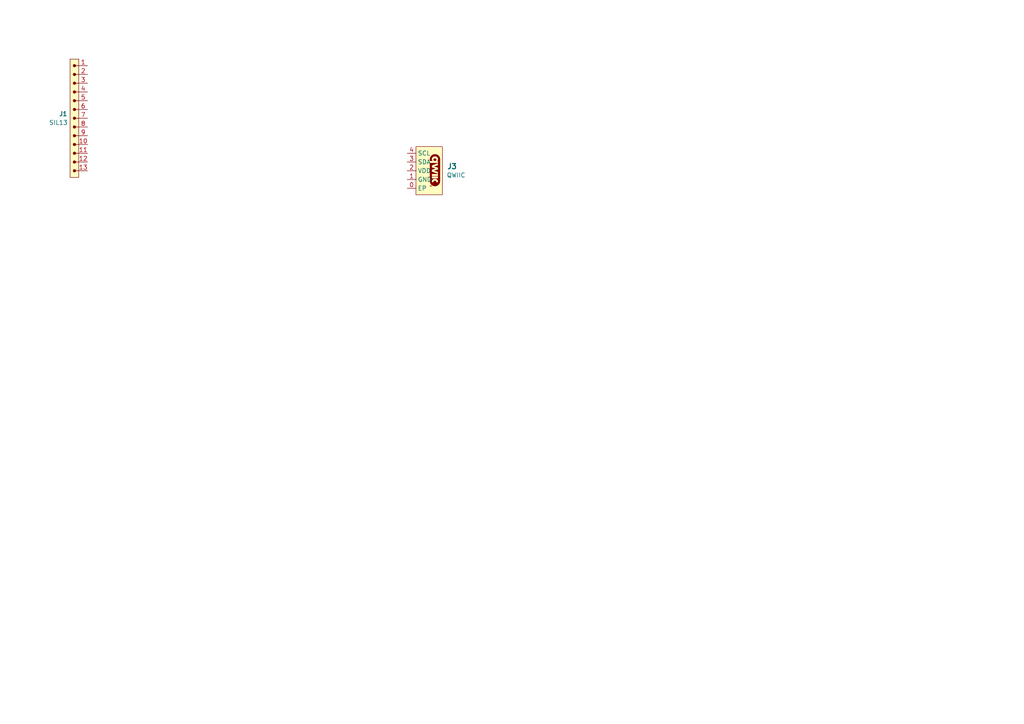
<source format=kicad_sch>
(kicad_sch (version 20231120) (generator "eeschema") (generator_version "8.0")
  (paper "A4")
  (lib_symbols
    (symbol "Liem:SIL13" (pin_names hide)
      (property "Reference" "J" (at 0 0 0))
      (property "Value" "SIL13" (at 0 -1.905 0))
      (symbol "SIL13_1_0"
        (pin passive line (at -3.81 -27.94 0) (length 2.54) (name "10") (number "10"))
        (pin passive line (at -3.81 -30.48 0) (length 2.54) (name "11") (number "11"))
        (pin passive line (at -3.81 -33.02 0) (length 2.54) (name "12") (number "12"))
        (pin passive line (at -3.81 -35.56 0) (length 2.54) (name "13") (number "13"))
        (pin passive line (at -3.81 -7.62 0) (length 2.54) (name "2") (number "2"))
        (pin passive line (at -3.81 -10.16 0) (length 2.54) (name "3") (number "3"))
        (pin passive line (at -3.81 -12.7 0) (length 2.54) (name "4") (number "4"))
        (pin passive line (at -3.81 -15.24 0) (length 2.54) (name "5") (number "5"))
        (pin passive line (at -3.81 -17.78 0) (length 2.54) (name "6") (number "6"))
        (pin passive line (at -3.81 -20.32 0) (length 2.54) (name "7") (number "7"))
        (pin passive line (at -3.81 -22.86 0) (length 2.54) (name "8") (number "8"))
        (pin passive line (at -3.81 -25.4 0) (length 2.54) (name "9") (number "9"))
      )
      (symbol "SIL13_1_1"
        (rectangle (start -1.27 -3.175) (end 1.27 -37.465) (fill (type background)))
        (circle (center 0 -35.56) (radius 0.381) (fill (type outline)))
        (circle (center 0 -33.02) (radius 0.381) (fill (type outline)))
        (circle (center 0 -30.48) (radius 0.381) (fill (type outline)))
        (circle (center 0 -27.94) (radius 0.381) (fill (type outline)))
        (circle (center 0 -25.4) (radius 0.381) (fill (type outline)))
        (circle (center 0 -22.86) (radius 0.381) (fill (type outline)))
        (circle (center 0 -20.32) (radius 0.381) (fill (type outline)))
        (circle (center 0 -17.78) (radius 0.381) (fill (type outline)))
        (circle (center 0 -15.24) (radius 0.381) (fill (type outline)))
        (circle (center 0 -12.7) (radius 0.381) (fill (type outline)))
        (circle (center 0 -10.16) (radius 0.381) (fill (type outline)))
        (circle (center 0 -7.62) (radius 0.381) (fill (type outline)))
        (circle (center 0 -5.08) (radius 0.381) (fill (type outline)))
        (polyline (pts (xy -1.27 -35.56) (xy 0 -35.56)))
        (polyline (pts (xy -1.27 -33.02) (xy 0 -33.02)))
        (polyline (pts (xy -1.27 -30.48) (xy 0 -30.48)))
        (polyline (pts (xy -1.27 -27.94) (xy 0 -27.94)))
        (polyline (pts (xy -1.27 -25.4) (xy 0 -25.4)))
        (polyline (pts (xy -1.27 -22.86) (xy 0 -22.86)))
        (polyline (pts (xy -1.27 -20.32) (xy 0 -20.32)))
        (polyline (pts (xy -1.27 -17.78) (xy 0 -17.78)))
        (polyline (pts (xy -1.27 -15.24) (xy 0 -15.24)))
        (polyline (pts (xy -1.27 -12.7) (xy 0 -12.7)))
        (polyline (pts (xy -1.27 -10.16) (xy 0 -10.16)))
        (polyline (pts (xy -1.27 -7.62) (xy 0 -7.62)))
        (polyline (pts (xy -1.27 -5.08) (xy 0 -5.08)))
        (pin passive line (at -3.81 -5.08 0) (length 2.54) (name "1") (number "1"))
      )
    )
    (symbol "SAMPI:QWIIC"
      (property "Reference" "J" (at 0 0 0))
      (property "Value" "QWIIC" (at 0 -1.905 0))
      (symbol "QWIIC_1_0"
        (polyline (pts (xy 0.635 -14.605) (xy 0.6338 -14.6174) (xy 0.6319 -14.6291) (xy 0.6306 -14.6347) (xy 0.6291 -14.64) (xy 0.6275 -14.6452) (xy 0.6256 -14.6501) (xy 0.6236 -14.6549) (xy 0.6214 -14.6594) (xy 0.619 -14.6638) (xy 0.6164 -14.6679) (xy 0.6136 -14.6718) (xy 0.6107 -14.6755) (xy 0.6076 -14.679) (xy 0.6043 -14.6823) (xy 0.6008 -14.6853) (xy 0.5972 -14.6882) (xy 0.5934 -14.6908) (xy 0.5894 -14.6932) (xy 0.5853 -14.6954) (xy 0.581 -14.6973) (xy 0.5766 -14.6991) (xy 0.5719 -14.7006) (xy 0.5672 -14.7018) (xy 0.5622 -14.7029) (xy 0.5571 -14.7037) (xy 0.5519 -14.7043) (xy 0.5465 -14.7046) (xy 0.541 -14.7048) (xy 0.5331 -14.7045) (xy 0.5255 -14.7039) (xy 0.5181 -14.7028) (xy 0.5111 -14.7013) (xy 0.5044 -14.6994) (xy 0.4981 -14.6971) (xy 0.492 -14.6944) (xy 0.4863 -14.6913) (xy 0.4808 -14.6878) (xy 0.4757 -14.6838) (xy 0.471 -14.6795) (xy 0.4666 -14.6749) (xy 0.4625 -14.6698) (xy 0.4587 -14.6644) (xy 0.4553 -14.6586) (xy 0.4523 -14.6524) (xy 0.4523 -14.6527) (xy 0.3611 -14.7126) (xy 0.3611 -14.6425) (xy 0.4404 -14.5986) (xy 0.4404 -14.5361) (xy 0.3611 -14.5361) (xy 0.3611 -14.4754) (xy 0.5864 -14.4754) (xy 0.5864 -14.5364) (xy 0.4894 -14.5364) (xy 0.4894 -14.592) (xy 0.4896 -14.5983) (xy 0.4899 -14.6013) (xy 0.4902 -14.6043) (xy 0.4907 -14.6071) (xy 0.4912 -14.6099) (xy 0.4919 -14.6125) (xy 0.4927 -14.6151) (xy 0.4935 -14.6176) (xy 0.4945 -14.62) (xy 0.4955 -14.6223) (xy 0.4967 -14.6245) (xy 0.4979 -14.6266) (xy 0.4992 -14.6286) (xy 0.5007 -14.6306) (xy 0.5022 -14.6324) (xy 0.5038 -14.6341) (xy 0.5055 -14.6357) (xy 0.5073 -14.6372) (xy 0.5092 -14.6386) (xy 0.5111 -14.6399) (xy 0.5132 -14.6411) (xy 0.5153 -14.6422) (xy 0.5176 -14.6431) (xy 0.5199 -14.644) (xy 0.5223 -14.6447) (xy 0.5248 -14.6454) (xy 0.5273 -14.6459) (xy 0.53 -14.6463) (xy 0.5327 -14.6466) (xy 0.5355 -14.6468) (xy 0.5384 -14.6469) (xy 0.5413 -14.6468) (xy 0.5441 -14.6466) (xy 0.5468 -14.6463) (xy 0.5494 -14.6459) (xy 0.552 -14.6454) (xy 0.5544 -14.6447) (xy 0.5568 -14.644) (xy 0.5591 -14.6431) (xy 0.5613 -14.6422) (xy 0.5634 -14.6411) (xy 0.5654 -14.6399) (xy 0.5673 -14.6386) (xy 0.5692 -14.6372) (xy 0.5709 -14.6357) (xy 0.5726 -14.6341) (xy 0.5741 -14.6324) (xy 0.5756 -14.6306) (xy 0.577 -14.6286) (xy 0.5783 -14.6266) (xy 0.5795 -14.6245) (xy 0.5806 -14.6223) (xy 0.5816 -14.62) (xy 0.5825 -14.6176) (xy 0.5833 -14.6151) (xy 0.584 -14.6125) (xy 0.5847 -14.6099) (xy 0.5852 -14.6071) (xy 0.5856 -14.6043) (xy 0.586 -14.6013) (xy 0.5862 -14.5983) (xy 0.5864 -14.5952) (xy 0.5864 -14.592) (xy 0.5864 -14.5364) (xy 0.5864 -14.4754) (xy 0.6354 -14.4754) (xy 0.6354 -14.5917) (xy 0.635 -14.605)) (stroke (width -0.0001)) (fill (type outline)))
        (polyline (pts (xy 2.1137 -6.9624) (xy 2.1122 -6.9825) (xy 2.1097 -7.0023) (xy 2.1063 -7.0215) (xy 2.1019 -7.0403) (xy 2.0965 -7.0586) (xy 2.0902 -7.0764) (xy 2.0831 -7.0937) (xy 2.075 -7.1105) (xy 2.066 -7.1267) (xy 2.0562 -7.1423) (xy 2.0456 -7.1574) (xy 2.0341 -7.1718) (xy 2.0218 -7.1857) (xy 2.0088 -7.199) (xy 1.9949 -7.2116) (xy 1.9803 -7.2235) (xy 1.9649 -7.2348) (xy 1.9488 -7.2454) (xy 1.932 -7.2554) (xy 1.9145 -7.2646) (xy 1.8963 -7.2731) (xy 1.8774 -7.2808) (xy 1.8579 -7.2878) (xy 1.8378 -7.294) (xy 1.817 -7.2995) (xy 1.7956 -7.3041) (xy 1.7736 -7.308) (xy 1.7511 -7.311) (xy 1.728 -7.3131) (xy 1.7043 -7.3144) (xy 1.6801 -7.3149) (xy 1.6563 -7.3144) (xy 1.6329 -7.3131) (xy 1.61 -7.311) (xy 1.5876 -7.308) (xy 1.5658 -7.3041) (xy 1.5445 -7.2995) (xy 1.5239 -7.294) (xy 1.5038 -7.2878) (xy 1.4843 -7.2808) (xy 1.4654 -7.2731) (xy 1.4473 -7.2646) (xy 1.4297 -7.2554) (xy 1.4129 -7.2454) (xy 1.3967 -7.2348) (xy 1.3813 -7.2235) (xy 1.3666 -7.2116) (xy 1.3527 -7.199) (xy 1.3395 -7.1857) (xy 1.3271 -7.1718) (xy 1.3156 -7.1574) (xy 1.3048 -7.1423) (xy 1.2949 -7.1267) (xy 1.2859 -7.1105) (xy 1.2777 -7.0937) (xy 1.2704 -7.0764) (xy 1.2641 -7.0586) (xy 1.2586 -7.0403) (xy 1.2542 -7.0215) (xy 1.2506 -7.0023) (xy 1.2481 -6.9825) (xy 1.2466 -6.9624) (xy 1.2461 -6.9418) (xy 1.2466 -6.9209) (xy 1.2481 -6.9004) (xy 1.2506 -6.8805) (xy 1.2542 -6.861) (xy 1.2586 -6.842) (xy 1.2641 -6.8235) (xy 1.2704 -6.8055) (xy 1.2777 -6.788) (xy 1.2859 -6.7711) (xy 1.2949 -6.7548) (xy 1.3048 -6.739) (xy 1.3156 -6.7238) (xy 1.3271 -6.7093) (xy 1.3395 -6.6953) (xy 1.3527 -6.682) (xy 1.3666 -6.6693) (xy 1.3813 -6.6572) (xy 1.3967 -6.6459) (xy 1.4129 -6.6352) (xy 1.4297 -6.6253) (xy 1.4473 -6.616) (xy 1.4655 -6.6075) (xy 1.4843 -6.5997) (xy 1.5038 -6.5927) (xy 1.5239 -6.5865) (xy 1.5445 -6.581) (xy 1.5658 -6.5764) (xy 1.5876 -6.5725) (xy 1.61 -6.5695) (xy 1.6329 -6.5673) (xy 1.6563 -6.566) (xy 1.6801 -6.5656) (xy 1.704 -6.566) (xy 1.7274 -6.5673) (xy 1.7503 -6.5695) (xy 1.7727 -6.5725) (xy 1.7945 -6.5763) (xy 1.8158 -6.581) (xy 1.8364 -6.5864) (xy 1.8565 -6.5927) (xy 1.876 -6.5997) (xy 1.8948 -6.6075) (xy 1.913 -6.616) (xy 1.9306 -6.6252) (xy 1.9474 -6.6352) (xy 1.9636 -6.6458) (xy 1.979 -6.6572) (xy 1.9937 -6.6692) (xy 2.0076 -6.6819) (xy 2.0208 -6.6952) (xy 2.0332 -6.7091) (xy 2.0447 -6.7237) (xy 2.0555 -6.7389) (xy 2.0654 -6.7547) (xy 2.0744 -6.771) (xy 2.0826 -6.7879) (xy 2.0899 -6.8054) (xy 2.0962 -6.8234) (xy 2.1017 -6.8419) (xy 2.1061 -6.8609) (xy 2.1097 -6.8804) (xy 2.1122 -6.9004) (xy 2.1137 -6.9209) (xy 2.1142 -6.9418) (xy 2.1137 -6.9624)) (stroke (width -0.0001)) (fill (type outline)))
        (polyline (pts (xy 0.776 -14.5993) (xy 0.7749 -14.614) (xy 0.7731 -14.6284) (xy 0.7706 -14.6426) (xy 0.7674 -14.6566) (xy 0.7635 -14.6702) (xy 0.759 -14.6835) (xy 0.7538 -14.6965) (xy 0.748 -14.7092) (xy 0.7417 -14.7215) (xy 0.7348 -14.7335) (xy 0.7273 -14.745) (xy 0.7193 -14.7562) (xy 0.7108 -14.7669) (xy 0.7018 -14.7772) (xy 0.6923 -14.7871) (xy 0.6823 -14.7965) (xy 0.6719 -14.8053) (xy 0.6611 -14.8137) (xy 0.6499 -14.8216) (xy 0.6383 -14.8289) (xy 0.6263 -14.8357) (xy 0.614 -14.8419) (xy 0.6013 -14.8476) (xy 0.5884 -14.8526) (xy 0.5751 -14.857) (xy 0.5616 -14.8608) (xy 0.5478 -14.8639) (xy 0.5337 -14.8664) (xy 0.5195 -14.8681) (xy 0.505 -14.8692) (xy 0.4904 -14.8696) (xy 0.4758 -14.8692) (xy 0.4614 -14.8682) (xy 0.4472 -14.8664) (xy 0.4332 -14.8639) (xy 0.4194 -14.8607) (xy 0.4058 -14.8569) (xy 0.3926 -14.8525) (xy 0.3795 -14.8474) (xy 0.3668 -14.8418) (xy 0.3544 -14.8355) (xy 0.3424 -14.8287) (xy 0.3307 -14.8213) (xy 0.3194 -14.8134) (xy 0.3085 -14.805) (xy 0.298 -14.796) (xy 0.2879 -14.7866) (xy 0.2783 -14.7767) (xy 0.2692 -14.7664) (xy 0.2606 -14.7556) (xy 0.2525 -14.7443) (xy 0.2449 -14.7327) (xy 0.2379 -14.7207) (xy 0.2315 -14.7083) (xy 0.2256 -14.6956) (xy 0.2204 -14.6825) (xy 0.2158 -14.6691) (xy 0.2119 -14.6554) (xy 0.2086 -14.6414) (xy 0.206 -14.6271) (xy 0.2041 -14.6126) (xy 0.203 -14.5978) (xy 0.2026 -14.5828) (xy 0.203 -14.5679) (xy 0.2041 -14.5532) (xy 0.206 -14.5388) (xy 0.2085 -14.5246) (xy 0.2117 -14.5107) (xy 0.2156 -14.4971) (xy 0.2202 -14.4838) (xy 0.2254 -14.4708) (xy 0.2311 -14.4581) (xy 0.2375 -14.4458) (xy 0.2444 -14.4339) (xy 0.2519 -14.4224) (xy 0.26 -14.4113) (xy 0.2685 -14.4006) (xy 0.2775 -14.3903) (xy 0.2871 -14.3805) (xy 0.297 -14.3712) (xy 0.3074 -14.3623) (xy 0.3183 -14.3539) (xy 0.3295 -14.3461) (xy 0.3411 -14.3388) (xy 0.3531 -14.3321) (xy 0.3654 -14.3259) (xy 0.378 -14.3203) (xy 0.391 -14.3153) (xy 0.4042 -14.3109) (xy 0.4177 -14.3071) (xy 0.4315 -14.304) (xy 0.4455 -14.3016) (xy 0.4597 -14.2998) (xy 0.4741 -14.2987) (xy 0.4886 -14.2984) (xy 0.4889 -14.2984) (xy 0.4889 -14.3591) (xy 0.4775 -14.3593) (xy 0.4663 -14.3602) (xy 0.4552 -14.3616) (xy 0.4442 -14.3635) (xy 0.4335 -14.3659) (xy 0.423 -14.3689) (xy 0.4126 -14.3723) (xy 0.4025 -14.3762) (xy 0.3927 -14.3806) (xy 0.3831 -14.3854) (xy 0.3738 -14.3907) (xy 0.3647 -14.3964) (xy 0.356 -14.4026) (xy 0.3475 -14.4091) (xy 0.3394 -14.4161) (xy 0.3317 -14.4234) (xy 0.3243 -14.4311) (xy 0.3173 -14.4391) (xy 0.3106 -14.4475) (xy 0.3044 -14.4563) (xy 0.2986 -14.4653) (xy 0.2932 -14.4747) (xy 0.2882 -14.4843) (xy 0.2838 -14.4943) (xy 0.2797 -14.5045) (xy 0.2762 -14.515) (xy 0.2732 -14.5257) (xy 0.2707 -14.5367) (xy 0.2687 -14.5478) (xy 0.2673 -14.5592) (xy 0.2664 -14.5708) (xy 0.2661 -14.5826) (xy 0.2664 -14.5945) (xy 0.2673 -14.6063) (xy 0.2688 -14.6178) (xy 0.2708 -14.6291) (xy 0.2733 -14.6402) (xy 0.2764 -14.6511) (xy 0.2799 -14.6617) (xy 0.284 -14.672) (xy 0.2885 -14.6821) (xy 0.2935 -14.6918) (xy 0.299 -14.7013) (xy 0.3049 -14.7105) (xy 0.3112 -14.7193) (xy 0.3179 -14.7278) (xy 0.325 -14.7359) (xy 0.3325 -14.7437) (xy 0.3403 -14.7511) (xy 0.3485 -14.7581) (xy 0.357 -14.7647) (xy 0.3658 -14.7709) (xy 0.3749 -14.7767) (xy 0.3843 -14.782) (xy 0.394 -14.7869) (xy 0.4039 -14.7914) (xy 0.4141 -14.7953) (xy 0.4245 -14.7988) (xy 0.4351 -14.8017) (xy 0.4459 -14.8042) (xy 0.4568 -14.8061) (xy 0.468 -14.8075) (xy 0.4793 -14.8084) (xy 0.4907 -14.8086) (xy 0.4906 -14.8087) (xy 0.4905 -14.8088) (xy 0.4904 -14.8089) (xy 0.5018 -14.8086) (xy 0.513 -14.8078) (xy 0.5241 -14.8064) (xy 0.5351 -14.8044) (xy 0.5458 -14.802) (xy 0.5563 -14.799) (xy 0.5667 -14.7956) (xy 0.5768 -14.7916) (xy 0.5866 -14.7872) (xy 0.5962 -14.7823) (xy 0.6055 -14.777) (xy 0.6146 -14.7713) (xy 0.6233 -14.7651) (xy 0.6318 -14.7585) (xy 0.6399 -14.7515) (xy 0.6476 -14.7442) (xy 0.655 -14.7364) (xy 0.662 -14.7283) (xy 0.6687 -14.7199) (xy 0.6749 -14.7111) (xy 0.6807 -14.702) (xy 0.6861 -14.6926) (xy 0.6911 -14.6829) (xy 0.6955 -14.6729) (xy 0.6996 -14.6627) (xy 0.7031 -14.6522) (xy 0.7061 -14.6414) (xy 0.7086 -14.6304) (xy 0.7106 -14.6192) (xy 0.712 -14.6078) (xy 0.7129 -14.5962) (xy 0.7132 -14.5844) (xy 0.7129 -14.5725) (xy 0.712 -14.5608) (xy 0.7105 -14.5493) (xy 0.7085 -14.5381) (xy 0.706 -14.527) (xy 0.7029 -14.5162) (xy 0.6994 -14.5057) (xy 0.6953 -14.4954) (xy 0.6908 -14.4853) (xy 0.6858 -14.4756) (xy 0.6803 -14.4662) (xy 0.6744 -14.457) (xy 0.6681 -14.4482) (xy 0.6614 -14.4398) (xy 0.6543 -14.4317) (xy 0.6468 -14.4239) (xy 0.639 -14.4165) (xy 0.6309 -14.4095) (xy 0.6224 -14.4029) (xy 0.6135 -14.3967) (xy 0.6044 -14.391) (xy 0.595 -14.3856) (xy 0.5854 -14.3808) (xy 0.5755 -14.3763) (xy 0.5653 -14.3724) (xy 0.555 -14.3689) (xy 0.5444 -14.366) (xy 0.5336 -14.3635) (xy 0.5227 -14.3616) (xy 0.5115 -14.3602) (xy 0.5003 -14.3593) (xy 0.4889 -14.3591) (xy 0.4889 -14.2984) (xy 0.5032 -14.2987) (xy 0.5176 -14.2998) (xy 0.5318 -14.3016) (xy 0.5458 -14.304) (xy 0.5596 -14.3072) (xy 0.5732 -14.3109) (xy 0.5865 -14.3154) (xy 0.5995 -14.3204) (xy 0.6122 -14.326) (xy 0.6246 -14.3323) (xy 0.6366 -14.339) (xy 0.6483 -14.3464) (xy 0.6596 -14.3543) (xy 0.6706 -14.3627) (xy 0.681 -14.3716) (xy 0.6911 -14.381) (xy 0.7007 -14.3908) (xy 0.7098 -14.4012) (xy 0.7184 -14.4119) (xy 0.7265 -14.4231) (xy 0.7341 -14.4347) (xy 0.7411 -14.4467) (xy 0.7476 -14.459) (xy 0.7534 -14.4717) (xy 0.7586 -14.4848) (xy 0.7632 -14.4982) (xy 0.7672 -14.5119) (xy 0.7705 -14.5258) (xy 0.773 -14.5401) (xy 0.7749 -14.5546) (xy 0.776 -14.5694) (xy 0.7764 -14.5844) (xy 0.776 -14.5993)) (stroke (width -0.0001)) (fill (type outline)))
        (polyline (pts (xy 3.2111 -13.2183) (xy 3.2052 -13.295) (xy 3.1956 -13.3705) (xy 3.1824 -13.4448) (xy 3.1655 -13.5178) (xy 3.1452 -13.5895) (xy 3.1214 -13.6596) (xy 3.0944 -13.7281) (xy 3.0642 -13.795) (xy 3.0308 -13.8601) (xy 2.9945 -13.9233) (xy 2.9552 -13.9845) (xy 2.9131 -14.0437) (xy 2.8683 -14.1007) (xy 2.8209 -14.1555) (xy 2.7709 -14.2079) (xy 2.7185 -14.2578) (xy 2.6637 -14.3053) (xy 2.6067 -14.3501) (xy 2.5475 -14.3922) (xy 2.4863 -14.4314) (xy 2.4231 -14.4678) (xy 2.358 -14.5011) (xy 2.2912 -14.5313) (xy 2.2226 -14.5583) (xy 2.1525 -14.5821) (xy 2.0809 -14.6024) (xy 2.0079 -14.6192) (xy 1.9336 -14.6325) (xy 1.8581 -14.6421) (xy 1.7814 -14.6479) (xy 1.7038 -14.6499) (xy 1.6261 -14.6479) (xy 1.5494 -14.6421) (xy 1.4739 -14.6325) (xy 1.3996 -14.6192) (xy 1.3266 -14.6024) (xy 1.2549 -14.582) (xy 1.1848 -14.5583) (xy 1.1163 -14.5313) (xy 1.0494 -14.501) (xy 0.9843 -14.4677) (xy 0.9211 -14.4314) (xy 0.8599 -14.3921) (xy 0.8007 -14.35) (xy 0.7437 -14.3052) (xy 0.6889 -14.2578) (xy 0.6365 -14.2078) (xy 0.5866 -14.1554) (xy 0.5391 -14.1006) (xy 0.4943 -14.0436) (xy 0.4522 -13.9844) (xy 0.413 -13.9232) (xy 0.3766 -13.86) (xy 0.3433 -13.7949) (xy 0.3131 -13.728) (xy 0.2861 -13.6595) (xy 0.2623 -13.5894) (xy 0.242 -13.5178) (xy 0.2252 -13.4448) (xy 0.2119 -13.3704) (xy 0.2023 -13.2949) (xy 0.1965 -13.2183) (xy 0.1945 -13.1406) (xy 0.1945 -7.8877) (xy 2.5582 -7.8877) (xy 2.5582 -7.9773) (xy 0.8181 -8.611) (xy 0.8181 -9.1772) (xy 1.8925 -9.5117) (xy 0.8181 -9.8429) (xy 0.8181 -10.4091) (xy 2.5582 -11.0459) (xy 2.5582 -11.1101) (xy 0.8181 -11.1101) (xy 0.8181 -11.6794) (xy 2.5582 -11.6794) (xy 2.5582 -11.7952) (xy 0.8181 -11.7952) (xy 0.8181 -12.3644) (xy 1.6801 -12.3644) (xy 1.6801 -12.4673) (xy 1.6309 -12.4683) (xy 1.5828 -12.4714) (xy 1.5357 -12.4765) (xy 1.4899 -12.4837) (xy 1.4452 -12.4927) (xy 1.4017 -12.5037) (xy 1.3594 -12.5167) (xy 1.3185 -12.5314) (xy 1.2788 -12.548) (xy 1.2405 -12.5664) (xy 1.2035 -12.5866) (xy 1.168 -12.6085) (xy 1.1339 -12.6321) (xy 1.1012 -12.6574) (xy 1.07 -12.6843) (xy 1.0404 -12.7129) (xy 1.0123 -12.743) (xy 0.9858 -12.7746) (xy 0.9609 -12.8078) (xy 0.9377 -12.8424) (xy 0.9161 -12.8785) (xy 0.8963 -12.9159) (xy 0.8782 -12.9548) (xy 0.8618 -12.995) (xy 0.8473 -13.0366) (xy 0.8346 -13.0794) (xy 0.8238 -13.1234) (xy 0.8149 -13.1687) (xy 0.8079 -13.2152) (xy 0.8028 -13.2628) (xy 0.7998 -13.3115) (xy 0.7988 -13.3614) (xy 0.7989 -13.3764) (xy 0.7991 -13.3914) (xy 0.7996 -13.4063) (xy 0.8002 -13.4211) (xy 0.801 -13.4357) (xy 0.802 -13.4503) (xy 0.8044 -13.4792) (xy 1.2704 -13.4792) (xy 1.2685 -13.4685) (xy 1.2668 -13.4577) (xy 1.2654 -13.4468) (xy 1.2641 -13.4357) (xy 1.2631 -13.4246) (xy 1.2624 -13.4133) (xy 1.262 -13.4019) (xy 1.2618 -13.3903) (xy 1.2623 -13.3712) (xy 1.2638 -13.3525) (xy 1.2662 -13.3341) (xy 1.2695 -13.3162) (xy 1.2738 -13.2988) (xy 1.2789 -13.2818) (xy 1.285 -13.2652) (xy 1.2919 -13.2491) (xy 1.2997 -13.2335) (xy 1.3084 -13.2184) (xy 1.3179 -13.2039) (xy 1.3282 -13.1898) (xy 1.3393 -13.1764) (xy 1.3512 -13.1634) (xy 1.3638 -13.1511) (xy 1.3773 -13.1393) (xy 1.3914 -13.1282) (xy 1.4063 -13.1176) (xy 1.4219 -13.1077) (xy 1.4382 -13.0985) (xy 1.4552 -13.0899) (xy 1.4729 -13.0819) (xy 1.4912 -13.0747) (xy 1.5102 -13.0682) (xy 1.5298 -13.0623) (xy 1.55 -13.0573) (xy 1.5708 -13.0529) (xy 1.5922 -13.0493) (xy 1.6366 -13.0445) (xy 1.6832 -13.0428) (xy 1.7065 -13.0433) (xy 1.7293 -13.0445) (xy 1.7516 -13.0465) (xy 1.7734 -13.0493) (xy 1.7946 -13.0529) (xy 1.8153 -13.0573) (xy 1.8354 -13.0623) (xy 1.8549 -13.0682) (xy 1.8738 -13.0747) (xy 1.8921 -13.0819) (xy 1.9098 -13.0899) (xy 1.9268 -13.0985) (xy 1.9432 -13.1077) (xy 1.9588 -13.1176) (xy 1.9738 -13.1282) (xy 1.988 -13.1393) (xy 2.0015 -13.1511) (xy 2.0142 -13.1634) (xy 2.0262 -13.1764) (xy 2.0374 -13.1899) (xy 2.0478 -13.2039) (xy 2.0574 -13.2184) (xy 2.0661 -13.2335) (xy 2.074 -13.2491) (xy 2.0811 -13.2652) (xy 2.0872 -13.2818) (xy 2.0924 -13.2988) (xy 2.0968 -13.3162) (xy 2.1002 -13.3341) (xy 2.1026 -13.3525) (xy 2.1041 -13.3712) (xy 2.1046 -13.3903) (xy 2.1044 -13.402) (xy 2.1039 -13.4134) (xy 2.1031 -13.4247) (xy 2.1021 -13.4359) (xy 2.1007 -13.4469) (xy 2.0991 -13.4578) (xy 2.0973 -13.4686) (xy 2.0952 -13.4792) (xy 2.5719 -13.4792) (xy 2.5732 -13.4656) (xy 2.5743 -13.4518) (xy 2.5753 -13.438) (xy 2.5761 -13.4241) (xy 2.5767 -13.4102) (xy 2.5772 -13.3961) (xy 2.5774 -13.3819) (xy 2.5775 -13.3677) (xy 2.5765 -13.3176) (xy 2.5734 -13.2686) (xy 2.5683 -13.2207) (xy 2.5611 -13.1739) (xy 2.5521 -13.1283) (xy 2.541 -13.084) (xy 2.5281 -13.0409) (xy 2.5133 -12.9991) (xy 2.4967 -12.9586) (xy 2.4783 -12.9195) (xy 2.4581 -12.8817) (xy 2.4361 -12.8454) (xy 2.4125 -12.8105) (xy 2.3871 -12.7771) (xy 2.3601 -12.7452) (xy 2.3315 -12.7149) (xy 2.3013 -12.6861) (xy 2.2696 -12.659) (xy 2.2364 -12.6335) (xy 2.2016 -12.6097) (xy 2.1654 -12.5876) (xy 2.1278 -12.5673) (xy 2.0888 -12.5487) (xy 2.0484 -12.532) (xy 2.0067 -12.5171) (xy 1.9637 -12.5041) (xy 1.9194 -12.493) (xy 1.8739 -12.4838) (xy 1.8272 -12.4766) (xy 1.7793 -12.4714) (xy 1.7303 -12.4683) (xy 1.6801 -12.4673) (xy 1.6801 -12.3644) (xy 2.5582 -12.3644) (xy 2.5582 -11.7952) (xy 2.5582 -11.6794) (xy 2.5582 -11.1101) (xy 2.5582 -11.0459) (xy 2.5582 -10.4861) (xy 1.3809 -10.1388) (xy 2.5582 -9.7947) (xy 2.5582 -9.2478) (xy 1.3809 -8.907) (xy 2.5582 -8.5595) (xy 2.5582 -7.9773) (xy 2.5582 -7.8877) (xy 2.5585 -7.8877) (xy 2.5585 -7.3151) (xy 2.3301 -7.3151) (xy 2.3589 -7.2916) (xy 2.3861 -7.2666) (xy 2.4116 -7.2404) (xy 2.4354 -7.2128) (xy 2.4575 -7.184) (xy 2.4778 -7.1539) (xy 2.4964 -7.1226) (xy 2.5131 -7.09) (xy 2.528 -7.0563) (xy 2.541 -7.0213) (xy 2.5521 -6.9852) (xy 2.5613 -6.9479) (xy 2.5684 -6.9095) (xy 2.5736 -6.8699) (xy 2.5767 -6.8293) (xy 2.5778 -6.7876) (xy 2.5768 -6.7431) (xy 2.5737 -6.6996) (xy 2.5687 -6.6572) (xy 2.5617 -6.6157) (xy 2.5527 -6.5753) (xy 2.5419 -6.536) (xy 2.5292 -6.4978) (xy 2.5147 -6.4607) (xy 2.4983 -6.4248) (xy 2.4802 -6.3902) (xy 2.4604 -6.3567) (xy 2.4388 -6.3245) (xy 2.4156 -6.2936) (xy 2.3907 -6.264) (xy 2.3642 -6.2358) (xy 2.3361 -6.2089) (xy 2.3064 -6.1835) (xy 2.2752 -6.1595) (xy 2.2426 -6.1369) (xy 2.2085 -6.1158) (xy 2.1729 -6.0963) (xy 2.1359 -6.0783) (xy 2.0976 -6.0618) (xy 2.058 -6.047) (xy 2.017 -6.0338) (xy 1.9748 -6.0223) (xy 1.9313 -6.0125) (xy 1.8866 -6.0044) (xy 1.8408 -5.998) (xy 1.7937 -5.9935) (xy 1.7456 -5.9907) (xy 1.6964 -5.9898) (xy 1.6463 -5.9907) (xy 1.5973 -5.9935) (xy 1.5493 -5.9981) (xy 1.5026 -6.0045) (xy 1.457 -6.0127) (xy 1.4127 -6.0227) (xy 1.3696 -6.0343) (xy 1.3278 -6.0477) (xy 1.2873 -6.0626) (xy 1.2481 -6.0793) (xy 1.2103 -6.0975) (xy 1.174 -6.1173) (xy 1.1391 -6.1386) (xy 1.1057 -6.1615) (xy 1.0738 -6.1859) (xy 1.0435 -6.2117) (xy 1.0147 -6.2389) (xy 0.9876 -6.2676) (xy 0.9621 -6.2976) (xy 0.9383 -6.329) (xy 0.9162 -6.3617) (xy 0.8958 -6.3956) (xy 0.8772 -6.4309) (xy 0.8605 -6.4674) (xy 0.8456 -6.5051) (xy 0.8325 -6.5439) (xy 0.8214 -6.5839) (xy 0.8123 -6.6251) (xy 0.8051 -6.6673) (xy 0.7999 -6.7106) (xy 0.7968 -6.7549) (xy 0.7957 -6.8003) (xy 0.7967 -6.8408) (xy 0.7998 -6.8803) (xy 0.8048 -6.9188) (xy 0.8118 -6.9562) (xy 0.8208 -6.9926) (xy 0.8317 -7.0278) (xy 0.8445 -7.0619) (xy 0.8593 -7.0949) (xy 0.8759 -7.1267) (xy 0.8944 -7.1574) (xy 0.9147 -7.1868) (xy 0.9368 -7.215) (xy 0.9608 -7.2419) (xy 0.9866 -7.2675) (xy 1.0141 -7.2919) (xy 1.0434 -7.3149) (xy 0.1943 -7.3149) (xy 0.1943 -6.8483) (xy 0.1962 -6.7706) (xy 0.202 -6.694) (xy 0.2116 -6.6185) (xy 0.2249 -6.5442) (xy 0.2418 -6.4712) (xy 0.2621 -6.3995) (xy 0.2859 -6.3294) (xy 0.3129 -6.2609) (xy 0.3431 -6.194) (xy 0.3764 -6.129) (xy 0.4128 -6.0658) (xy 0.4521 -6.0045) (xy 0.4941 -5.9453) (xy 0.5389 -5.8883) (xy 0.5864 -5.8336) (xy 0.6364 -5.7811) (xy 0.6888 -5.7312) (xy 0.7436 -5.6837) (xy 0.8006 -5.6389) (xy 0.8597 -5.5968) (xy 0.921 -5.5576) (xy 0.9842 -5.5212) (xy 1.0493 -5.4879) (xy 1.1161 -5.4577) (xy 1.1846 -5.4306) (xy 1.2548 -5.4069) (xy 1.3264 -5.3865) (xy 1.3994 -5.3697) (xy 1.4737 -5.3564) (xy 1.5492 -5.3468) (xy 1.6259 -5.341) (xy 1.7035 -5.339) (xy 1.7812 -5.341) (xy 1.8578 -5.3468) (xy 1.9333 -5.3564) (xy 2.0076 -5.3697) (xy 2.0806 -5.3865) (xy 2.1523 -5.4069) (xy 2.2224 -5.4306) (xy 2.2909 -5.4576) (xy 2.3578 -5.4879) (xy 2.4228 -5.5212) (xy 2.486 -5.5576) (xy 2.5473 -5.5968) (xy 2.6065 -5.6389) (xy 2.6635 -5.6837) (xy 2.7182 -5.7312) (xy 2.7707 -5.7811) (xy 2.8206 -5.8336) (xy 2.8681 -5.8883) (xy 2.9129 -5.9453) (xy 2.955 -6.0045) (xy 2.9942 -6.0657) (xy 3.0306 -6.129) (xy 3.0639 -6.194) (xy 3.0942 -6.2609) (xy 3.1212 -6.3294) (xy 3.1449 -6.3995) (xy 3.1653 -6.4712) (xy 3.1821 -6.5442) (xy 3.1954 -6.6185) (xy 3.205 -6.694) (xy 3.2108 -6.7706) (xy 3.2128 -6.8483) (xy 3.2128 -13.1404) (xy 3.213 -13.1406) (xy 3.2111 -13.2183)) (stroke (width -0.0001)) (fill (type outline)))
      )
      (symbol "QWIIC_1_1"
        (rectangle (start -3.81 -3.175) (end 3.81 -17.145) (fill (type background)))
        (pin passive line (at -6.35 -15.24 0) (length 2.54) (name "EP") (number "0"))
        (pin passive line (at -6.35 -12.7 0) (length 2.54) (name "GND") (number "1"))
        (pin passive line (at -6.35 -10.16 0) (length 2.54) (name "VDD") (number "2"))
        (pin bidirectional line (at -6.35 -7.62 0) (length 2.54) (name "SDA") (number "3"))
        (pin bidirectional line (at -6.35 -5.08 0) (length 2.54) (name "SCL") (number "4"))
      )
    )
  )
  (symbol (lib_id "Liem:SIL13") (at 21.59 13.97 0) (mirror y) (unit 1)
    (property "Reference" "J1" (at 19.685 33.0199 0) (effects (font (bold yes)) (justify left)))
    (property "Value" "SIL13" (at 19.685 35.5599 0) (effects (justify left)))
    (property "Footprint" "Liem:HDM-1x13x2.54-SMD-RA" (effects (hide yes)))
    (property "Description" "CONN HEADER SMD R/A 13POS 2.54MM" (effects (hide yes)))
    (property "MNP" "GBC13SGSN-M89" (effects (hide yes)))
    (property "MFT" "Sullins Connector Solutions" (effects (hide yes)))
  )
  (symbol (lib_id "SAMPI:QWIIC") (at 124.46 39.37 0) (unit 1)
    (property "Reference" "J3" (at 129.54 48.2599 0) (effects (font (size 1.5 1.5) (bold yes)) (justify left)))
    (property "Value" "QWIIC" (at 129.54 50.7999 0) (effects (justify left)))
    (property "Footprint" "SAMPI:HDM-1x4x1.0-RA" (effects (hide yes)))
    (property "Description" "CONN HEADER SMD R/A 4POS 1MM" (effects (hide yes)))
    (property "MNP" "10147606-00004LF" (effects (hide yes)))
    (property "MFT" "Amphenol ICC (FCI)" (effects (hide yes)))
  )
)
</source>
